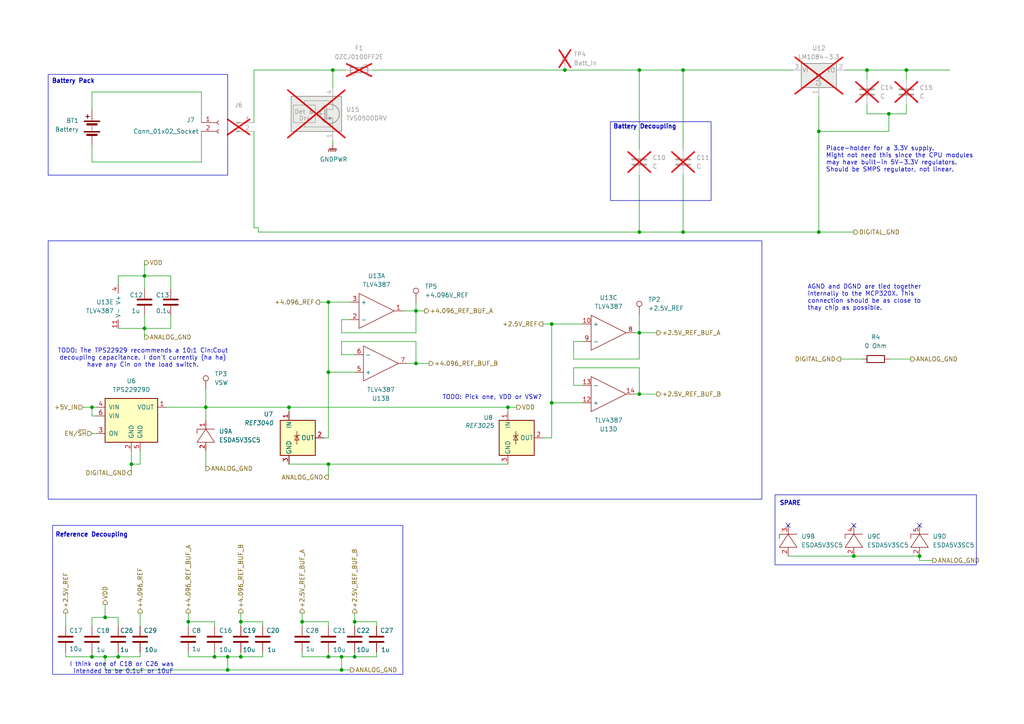
<source format=kicad_sch>
(kicad_sch (version 20231120) (generator "eeschema") (generator_version "8.0")
  (paper "A4")
  (lib_symbols
    (symbol "AndrewAdditions:sda5v3sc6_split"
      (property "Reference" "U" (at -2.794 3.302 0))
      (property "Value" "ESDA5V3SC5" (at 0 -2.54 0))
      (symbol "sda5v3sc6_split_0_1"
        (polyline (pts (xy -2.54 0) (xy -2.54 1.27) (xy 2.54 1.27)))
        (polyline (pts (xy 0 1.27) (xy -2.54 -2.54) (xy 2.54 -2.54) (xy 0 1.27)))
        (pin passive line (at 0 -5.08 90) (length 2.54) (name "") (number "2"))
      )
      (symbol "sda5v3sc6_split_1_1"
        (pin passive line (at 0 3.81 270) (length 2.54) (name "") (number "1"))
      )
      (symbol "sda5v3sc6_split_2_1"
        (pin passive line (at 0 3.81 270) (length 2.54) (name "") (number "3"))
      )
      (symbol "sda5v3sc6_split_3_1"
        (pin passive line (at 0 3.81 270) (length 2.54) (name "") (number "4"))
      )
      (symbol "sda5v3sc6_split_4_1"
        (pin passive line (at 0 3.81 270) (length 2.54) (name "") (number "5"))
      )
    )
    (symbol "Connector:Conn_01x02_Pin" (pin_names (offset 1.016) hide)
      (property "Reference" "J" (at 0 2.54 0))
      (property "Value" "Conn_01x02_Pin" (at 0 -5.08 0))
      (symbol "Conn_01x02_Pin_1_1"
        (polyline (pts (xy 1.27 -2.54) (xy 0.8636 -2.54)) (stroke (width 0.1524)))
        (polyline (pts (xy 1.27 0) (xy 0.8636 0)) (stroke (width 0.1524)))
        (rectangle (start 0.8636 -2.413) (end 0 -2.667) (stroke (width 0.1524)) (fill (type outline)))
        (rectangle (start 0.8636 0.127) (end 0 -0.127) (stroke (width 0.1524)) (fill (type outline)))
        (pin passive line (at 5.08 0 180) (length 3.81) (name "Pin_1") (number "1"))
        (pin passive line (at 5.08 -2.54 180) (length 3.81) (name "Pin_2") (number "2"))
      )
    )
    (symbol "Connector:Conn_01x02_Socket" (pin_names (offset 1.016) hide)
      (property "Reference" "J" (at 0 2.54 0))
      (property "Value" "Conn_01x02_Socket" (at 0 -5.08 0))
      (symbol "Conn_01x02_Socket_1_1"
        (arc (start 0 -2.032) (mid -0.5058 -2.54) (end 0 -3.048) (stroke (width 0.1524)))
        (polyline (pts (xy -1.27 -2.54) (xy -0.508 -2.54)) (stroke (width 0.1524)))
        (polyline (pts (xy -1.27 0) (xy -0.508 0)) (stroke (width 0.1524)))
        (arc (start 0 0.508) (mid -0.5058 0) (end 0 -0.508) (stroke (width 0.1524)))
        (pin passive line (at -5.08 0 0) (length 3.81) (name "Pin_1") (number "1"))
        (pin passive line (at -5.08 -2.54 0) (length 3.81) (name "Pin_2") (number "2"))
      )
    )
    (symbol "Connector:TestPoint" (pin_numbers hide) (pin_names (offset 0.762) hide)
      (property "Reference" "TP" (at 0 6.858 0))
      (property "Value" "TestPoint" (at 0 5.08 0))
      (symbol "TestPoint_0_1"
        (circle (center 0 3.302) (radius 0.762))
      )
      (symbol "TestPoint_1_1"
        (pin passive line (at 0 0 90) (length 2.54) (name "1") (number "1"))
      )
    )
    (symbol "Device:Battery" (pin_numbers hide) (pin_names (offset 0) hide)
      (property "Reference" "BT" (at 2.54 2.54 0))
      (property "Value" "Battery" (at 2.54 0 0))
      (symbol "Battery_0_1"
        (rectangle (start -2.286 -1.27) (end 2.286 -1.524) (fill (type outline)))
        (rectangle (start -2.286 1.778) (end 2.286 1.524) (fill (type outline)))
        (rectangle (start -1.524 -2.032) (end 1.524 -2.54) (fill (type outline)))
        (rectangle (start -1.524 1.016) (end 1.524 0.508) (fill (type outline)))
        (polyline (pts (xy 0 -1.016) (xy 0 -0.762)))
        (polyline (pts (xy 0 -0.508) (xy 0 -0.254)))
        (polyline (pts (xy 0 0) (xy 0 0.254)))
        (polyline (pts (xy 0 1.778) (xy 0 2.54)))
        (polyline (pts (xy 0.762 3.048) (xy 1.778 3.048)) (stroke (width 0.254)))
        (polyline (pts (xy 1.27 3.556) (xy 1.27 2.54)) (stroke (width 0.254)))
      )
      (symbol "Battery_1_1"
        (pin passive line (at 0 5.08 270) (length 2.54) (name "+") (number "1"))
        (pin passive line (at 0 -5.08 90) (length 2.54) (name "-") (number "2"))
      )
    )
    (symbol "Device:C" (pin_numbers hide) (pin_names (offset 0.254))
      (property "Reference" "C" (at 0.635 2.54 0))
      (property "Value" "C" (at 0.635 -2.54 0))
      (symbol "C_0_1"
        (polyline (pts (xy -2.032 -0.762) (xy 2.032 -0.762)) (stroke (width 0.508)))
        (polyline (pts (xy -2.032 0.762) (xy 2.032 0.762)) (stroke (width 0.508)))
      )
      (symbol "C_1_1"
        (pin passive line (at 0 3.81 270) (length 2.794) (name "~") (number "1"))
        (pin passive line (at 0 -3.81 90) (length 2.794) (name "~") (number "2"))
      )
    )
    (symbol "Device:Polyfuse" (pin_numbers hide) (pin_names (offset 0))
      (property "Reference" "F" (at -2.54 0 90))
      (property "Value" "Polyfuse" (at 2.54 0 90))
      (symbol "Polyfuse_0_1"
        (rectangle (start -0.762 2.54) (end 0.762 -2.54) (stroke (width 0.254)))
        (polyline (pts (xy 0 2.54) (xy 0 -2.54)))
        (polyline (pts (xy -1.524 2.54) (xy -1.524 1.524) (xy 1.524 -1.524) (xy 1.524 -2.54)))
      )
      (symbol "Polyfuse_1_1"
        (pin passive line (at 0 3.81 270) (length 1.27) (name "~") (number "1"))
        (pin passive line (at 0 -3.81 90) (length 1.27) (name "~") (number "2"))
      )
    )
    (symbol "Device:R" (pin_numbers hide) (pin_names (offset 0))
      (property "Reference" "R" (at 2.032 0 90))
      (property "Value" "R" (at 0 0 90))
      (symbol "R_0_1"
        (rectangle (start -1.016 -2.54) (end 1.016 2.54) (stroke (width 0.254)))
      )
      (symbol "R_1_1"
        (pin passive line (at 0 3.81 270) (length 1.27) (name "~") (number "1"))
        (pin passive line (at 0 -3.81 90) (length 1.27) (name "~") (number "2"))
      )
    )
    (symbol "Op-Amp-Extended:TLV4387PWR"
      (property "Reference" "U" (at -2.54 7.366 0))
      (property "Value" "TLV4387" (at -1.27 0 0))
      (symbol "TLV4387PWR_1_1"
        (polyline (pts (xy -3.81 5.08) (xy -3.81 -5.08) (xy 6.35 0) (xy -3.81 5.08)))
        (pin output line (at 8.89 0 180) (length 2.54) (name "") (number "1"))
        (pin input line (at -6.35 -2.54 0) (length 2.54) (name "-") (number "2"))
        (pin input line (at -6.35 2.54 0) (length 2.54) (name "+") (number "3"))
      )
      (symbol "TLV4387PWR_2_1"
        (polyline (pts (xy -3.81 5.08) (xy -3.81 -5.08) (xy 6.35 0) (xy -3.81 5.08)))
        (pin input line (at -6.35 2.54 0) (length 2.54) (name "+") (number "5"))
        (pin input line (at -6.35 -2.54 0) (length 2.54) (name "-") (number "6"))
        (pin output line (at 8.89 0 180) (length 2.54) (name "") (number "7"))
      )
      (symbol "TLV4387PWR_3_1"
        (polyline (pts (xy -3.81 5.08) (xy -3.81 -5.08) (xy 6.35 0) (xy -3.81 5.08)))
        (pin input line (at -6.35 2.54 0) (length 2.54) (name "+") (number "10"))
        (pin output line (at 8.89 0 180) (length 2.54) (name "") (number "8"))
        (pin input line (at -6.35 -2.54 0) (length 2.54) (name "-") (number "9"))
      )
      (symbol "TLV4387PWR_4_1"
        (polyline (pts (xy -3.81 5.08) (xy -3.81 -5.08) (xy 6.35 0) (xy -3.81 5.08)))
        (pin input line (at -6.35 2.54 0) (length 2.54) (name "+") (number "12"))
        (pin input line (at -6.35 -2.54 0) (length 2.54) (name "-") (number "13"))
        (pin output line (at 8.89 0 180) (length 2.54) (name "") (number "14"))
      )
      (symbol "TLV4387PWR_5_1"
        (pin power_in line (at 0 -6.35 90) (length 2.54) (name "V-") (number "11"))
        (pin power_in line (at 0 6.35 270) (length 2.54) (name "V+") (number "4"))
      )
    )
    (symbol "Power_Management:TPS22929D" (pin_names (offset 1.016))
      (property "Reference" "U" (at -7.62 8.89 0))
      (property "Value" "TPS22929D" (at 7.62 8.89 0))
      (symbol "TPS22929D_0_1"
        (rectangle (start -7.62 7.62) (end 7.62 -5.08) (stroke (width 0.254)) (fill (type background)))
      )
      (symbol "TPS22929D_1_1"
        (pin power_out line (at 10.16 5.08 180) (length 2.54) (name "VOUT") (number "1"))
        (pin power_in line (at 0 -7.62 90) (length 2.54) (name "GND") (number "2"))
        (pin input line (at -10.16 -2.54 0) (length 2.54) (name "ON") (number "3"))
        (pin power_in line (at -10.16 5.08 0) (length 2.54) (name "VIN") (number "4"))
        (pin power_in line (at 2.54 -7.62 90) (length 2.54) (name "GND") (number "5"))
        (pin power_in line (at -10.16 2.54 0) (length 2.54) (name "VIN") (number "6"))
      )
    )
    (symbol "Power_Protection:TVS0500DRV" (pin_names (offset 0) hide)
      (property "Reference" "U" (at 2.54 1.27 0))
      (property "Value" "TVS0500DRV" (at 2.54 -1.27 0))
      (symbol "TVS0500DRV_0_0"
        (rectangle (start -11.43 2.54) (end -5.08 -2.54))
        (polyline (pts (xy 0 1.27) (xy -1.778 1.27)))
        (polyline (pts (xy -8.255 -2.54) (xy -8.255 -3.81) (xy 0 -3.81)))
        (polyline (pts (xy -8.255 2.54) (xy -8.255 3.81) (xy 0 3.81)))
        (text "Det &" (at -8.255 0.635 0) (effects (font (size 1.27 1.27))))
        (text "Drv" (at -8.255 -1.27 0) (effects (font (size 1.27 1.27))))
      )
      (symbol "TVS0500DRV_0_1"
        (rectangle (start -12.065 5.08) (end 2.54 -5.08) (stroke (width 0.254)) (fill (type background)))
        (circle (center -0.889 0) (radius 2.794) (stroke (width 0.254)))
        (polyline (pts (xy -2.286 0) (xy -5.08 0)))
        (polyline (pts (xy -2.286 1.397) (xy -2.286 -1.524)) (stroke (width 0.254)))
        (polyline (pts (xy -1.778 1.778) (xy -1.778 -1.778)) (stroke (width 0.254)))
        (polyline (pts (xy 0 -2.54) (xy 0 -5.08)))
        (polyline (pts (xy 0 2.54) (xy 0 1.27)))
        (polyline (pts (xy 0 5.08) (xy 0 2.54)))
        (polyline (pts (xy 0 -2.54) (xy 0 -1.27) (xy -1.778 -1.27)))
        (polyline (pts (xy -0.127 -1.27) (xy -1.143 -1.651) (xy -1.143 -0.889) (xy -0.127 -1.27)) (fill (type outline)))
      )
      (symbol "TVS0500DRV_1_1"
        (pin power_in line (at 0 -7.62 90) (length 2.54) (name "GND") (number "1"))
        (pin passive line (at 0 -7.62 90) (length 2.54) hide (name "GND") (number "2"))
        (pin passive line (at 0 -7.62 90) (length 2.54) hide (name "GND") (number "3"))
        (pin passive line (at 0 7.62 270) (length 2.54) (name "IN") (number "4"))
        (pin passive line (at 0 7.62 270) (length 2.54) hide (name "IN") (number "5"))
        (pin passive line (at 0 7.62 270) (length 2.54) hide (name "IN") (number "6"))
        (pin passive line (at 0 -7.62 90) (length 2.54) hide (name "GND") (number "7"))
      )
    )
    (symbol "Reference_Voltage:REF3025" (pin_names (offset 0.254))
      (property "Reference" "U" (at 0 6.35 0))
      (property "Value" "REF3025" (at 2.54 -6.35 0))
      (symbol "REF3025_0_1"
        (rectangle (start -5.08 5.08) (end 5.08 -5.08) (stroke (width 0.254)) (fill (type background)))
        (polyline (pts (xy -0.254 1.905) (xy -0.254 -1.905)))
        (polyline (pts (xy -0.889 -0.635) (xy 0.381 -0.635) (xy -0.254 0.635) (xy -0.889 -0.635)))
        (polyline (pts (xy 0.381 1.016) (xy 0.381 0.635) (xy -0.889 0.635) (xy -0.889 0.254)))
      )
      (symbol "REF3025_1_1"
        (pin power_in line (at -2.54 7.62 270) (length 2.54) (name "IN") (number "1"))
        (pin power_out line (at 7.62 0 180) (length 2.54) (name "OUT") (number "2"))
        (pin power_in line (at -2.54 -7.62 90) (length 2.54) (name "GND") (number "3"))
      )
    )
    (symbol "Reference_Voltage:REF3040" (pin_names (offset 0.254))
      (property "Reference" "U" (at 0 6.35 0))
      (property "Value" "REF3040" (at 2.54 -6.35 0))
      (symbol "REF3040_0_1"
        (rectangle (start -5.08 5.08) (end 5.08 -5.08) (stroke (width 0.254)) (fill (type background)))
        (polyline (pts (xy -0.254 1.905) (xy -0.254 -1.905)))
        (polyline (pts (xy -0.889 -0.635) (xy 0.381 -0.635) (xy -0.254 0.635) (xy -0.889 -0.635)))
        (polyline (pts (xy 0.381 1.016) (xy 0.381 0.635) (xy -0.889 0.635) (xy -0.889 0.254)))
      )
      (symbol "REF3040_1_1"
        (pin power_in line (at -2.54 7.62 270) (length 2.54) (name "IN") (number "1"))
        (pin power_out line (at 7.62 0 180) (length 2.54) (name "OUT") (number "2"))
        (pin power_in line (at -2.54 -7.62 90) (length 2.54) (name "GND") (number "3"))
      )
    )
    (symbol "Regulator_Linear:LM1084-3.3" (pin_names (offset 0.254))
      (property "Reference" "U" (at -3.81 3.175 0))
      (property "Value" "LM1084-3.3" (at 0 3.175 0))
      (symbol "LM1084-3.3_0_1"
        (rectangle (start -5.08 1.905) (end 5.08 -5.08) (stroke (width 0.254)) (fill (type background)))
      )
      (symbol "LM1084-3.3_1_1"
        (pin power_in line (at 0 -7.62 90) (length 2.54) (name "GND") (number "1"))
        (pin power_out line (at 7.62 0 180) (length 2.54) (name "VO") (number "2"))
        (pin power_in line (at -7.62 0 0) (length 2.54) (name "VI") (number "3"))
      )
    )
    (symbol "power:GNDPWR" (power) (pin_numbers hide) (pin_names (offset 0) hide)
      (property "Value" "GNDPWR" (at 0 -3.302 0))
      (symbol "GNDPWR_0_1"
        (polyline (pts (xy 0 -1.27) (xy 0 0)))
        (polyline (pts (xy -1.016 -1.27) (xy -1.27 -2.032) (xy -1.27 -2.032)) (stroke (width 0.2032)))
        (polyline (pts (xy -0.508 -1.27) (xy -0.762 -2.032) (xy -0.762 -2.032)) (stroke (width 0.2032)))
        (polyline (pts (xy 0 -1.27) (xy -0.254 -2.032) (xy -0.254 -2.032)) (stroke (width 0.2032)))
        (polyline (pts (xy 0.508 -1.27) (xy 0.254 -2.032) (xy 0.254 -2.032)) (stroke (width 0.2032)))
        (polyline (pts (xy 1.016 -1.27) (xy -1.016 -1.27) (xy -1.016 -1.27)) (stroke (width 0.2032)))
        (polyline (pts (xy 1.016 -1.27) (xy 0.762 -2.032) (xy 0.762 -2.032) (xy 0.762 -2.032)) (stroke (width 0.2032)))
      )
      (symbol "GNDPWR_1_1"
        (pin power_in line (at 0 0 270) (length 0) (name "~") (number "1"))
      )
    )
  )
  (junction (at 30.48 179.07))
  (junction (at 30.48 190.5))
  (junction (at 257.81 33.02))
  (junction (at 185.42 67.31))
  (junction (at 120.65 90.17))
  (junction (at 38.1 134.62))
  (junction (at 34.29 190.5))
  (junction (at 185.42 96.52))
  (junction (at 95.25 190.5))
  (junction (at 147.32 118.11))
  (junction (at 59.69 118.11))
  (junction (at 163.83 20.32))
  (junction (at 69.85 180.34))
  (junction (at 95.25 107.95))
  (junction (at 237.49 67.31))
  (junction (at 95.25 87.63))
  (junction (at 198.12 67.31))
  (junction (at 95.25 134.62))
  (junction (at 54.61 180.34))
  (junction (at 262.89 20.32))
  (junction (at 237.49 38.1))
  (junction (at 99.06 194.31))
  (junction (at 66.04 190.5))
  (junction (at 247.65 161.29))
  (junction (at 185.42 20.32))
  (junction (at 99.06 190.5))
  (junction (at 41.91 80.01))
  (junction (at 185.42 114.3))
  (junction (at 69.85 190.5))
  (junction (at 26.67 118.11))
  (junction (at 251.46 20.32))
  (junction (at 41.91 95.25))
  (junction (at 102.87 180.34))
  (junction (at 120.65 105.41))
  (junction (at 102.87 190.5))
  (junction (at 266.7 161.29))
  (junction (at 198.12 20.32))
  (junction (at 62.23 190.5))
  (junction (at 96.52 20.32))
  (junction (at 66.04 194.31))
  (junction (at 160.02 93.98))
  (junction (at 87.63 180.34))
  (junction (at 83.82 118.11))
  (junction (at 26.67 190.5))
  (junction (at 160.02 116.84))
  (no_connect (at 228.6 152.4))
  (no_connect (at 247.65 152.4))
  (no_connect (at 266.7 152.4))
  (wire (pts (xy 76.2 190.5) (xy 76.2 189.23)))
  (wire (pts (xy 198.12 50.8) (xy 198.12 67.31)))
  (wire (pts (xy 120.65 96.52) (xy 120.65 90.17)))
  (wire (pts (xy 19.05 189.23) (xy 19.05 190.5)))
  (wire (pts (xy 34.29 189.23) (xy 34.29 190.5)))
  (wire (pts (xy 120.65 90.17) (xy 116.84 90.17)))
  (wire (pts (xy 74.93 66.04) (xy 73.66 66.04)))
  (wire (pts (xy 147.32 119.38) (xy 147.32 118.11)))
  (wire (pts (xy 59.69 113.03) (xy 59.69 118.11)))
  (wire (pts (xy 198.12 20.32) (xy 198.12 43.18)))
  (wire (pts (xy 102.87 189.23) (xy 102.87 190.5)))
  (wire (pts (xy 87.63 189.23) (xy 87.63 190.5)))
  (wire (pts (xy 102.87 180.34) (xy 102.87 181.61)))
  (wire (pts (xy 262.89 30.48) (xy 262.89 33.02)))
  (wire (pts (xy 49.53 80.01) (xy 49.53 83.82)))
  (wire (pts (xy 41.91 80.01) (xy 49.53 80.01)))
  (wire (pts (xy 73.66 66.04) (xy 73.66 38.1)))
  (wire (pts (xy 102.87 190.5) (xy 109.22 190.5)))
  (wire (pts (xy 120.65 105.41) (xy 124.46 105.41)))
  (wire (pts (xy 34.29 80.01) (xy 34.29 82.55)))
  (wire (pts (xy 251.46 20.32) (xy 262.89 20.32)))
  (wire (pts (xy 185.42 20.32) (xy 185.42 43.18)))
  (wire (pts (xy 40.64 130.81) (xy 40.64 134.62)))
  (wire (pts (xy 96.52 20.32) (xy 100.33 20.32)))
  (wire (pts (xy 26.67 118.11) (xy 27.94 118.11)))
  (wire (pts (xy 87.63 180.34) (xy 87.63 177.8)))
  (wire (pts (xy 54.61 181.61) (xy 54.61 180.34)))
  (wire (pts (xy 166.37 111.76) (xy 166.37 106.68)))
  (wire (pts (xy 95.25 107.95) (xy 102.87 107.95)))
  (wire (pts (xy 120.65 90.17) (xy 123.19 90.17)))
  (wire (pts (xy 26.67 31.75) (xy 26.67 26.67)))
  (wire (pts (xy 26.67 46.99) (xy 58.42 46.99)))
  (wire (pts (xy 58.42 26.67) (xy 58.42 35.56)))
  (wire (pts (xy 245.11 20.32) (xy 251.46 20.32)))
  (wire (pts (xy 62.23 190.5) (xy 66.04 190.5)))
  (wire (pts (xy 69.85 190.5) (xy 76.2 190.5)))
  (wire (pts (xy 34.29 80.01) (xy 41.91 80.01)))
  (wire (pts (xy 34.29 95.25) (xy 41.91 95.25)))
  (wire (pts (xy 257.81 33.02) (xy 251.46 33.02)))
  (wire (pts (xy 257.81 38.1) (xy 257.81 33.02)))
  (wire (pts (xy 262.89 20.32) (xy 275.59 20.32)))
  (wire (pts (xy 163.83 20.32) (xy 185.42 20.32)))
  (wire (pts (xy 109.22 180.34) (xy 109.22 181.61)))
  (wire (pts (xy 251.46 30.48) (xy 251.46 33.02)))
  (wire (pts (xy 69.85 189.23) (xy 69.85 190.5)))
  (wire (pts (xy 99.06 92.71) (xy 99.06 96.52)))
  (wire (pts (xy 66.04 194.31) (xy 30.48 194.31)))
  (wire (pts (xy 95.25 190.5) (xy 99.06 190.5)))
  (wire (pts (xy 76.2 180.34) (xy 76.2 181.61)))
  (wire (pts (xy 69.85 180.34) (xy 76.2 180.34)))
  (wire (pts (xy 266.7 162.56) (xy 266.7 161.29)))
  (wire (pts (xy 99.06 96.52) (xy 120.65 96.52)))
  (wire (pts (xy 40.64 177.8) (xy 40.64 181.61)))
  (wire (pts (xy 27.94 125.73) (xy 26.67 125.73)))
  (wire (pts (xy 26.67 120.65) (xy 26.67 118.11)))
  (wire (pts (xy 101.6 92.71) (xy 99.06 92.71)))
  (wire (pts (xy 48.26 118.11) (xy 59.69 118.11)))
  (wire (pts (xy 54.61 177.8) (xy 54.61 180.34)))
  (wire (pts (xy 62.23 189.23) (xy 62.23 190.5)))
  (wire (pts (xy 99.06 194.31) (xy 66.04 194.31)))
  (wire (pts (xy 41.91 95.25) (xy 41.91 97.79)))
  (wire (pts (xy 243.84 104.14) (xy 250.19 104.14)))
  (wire (pts (xy 185.42 50.8) (xy 185.42 67.31)))
  (wire (pts (xy 59.69 118.11) (xy 59.69 121.92)))
  (wire (pts (xy 95.25 189.23) (xy 95.25 190.5)))
  (wire (pts (xy 41.91 80.01) (xy 41.91 83.82)))
  (wire (pts (xy 96.52 40.64) (xy 96.52 41.91)))
  (wire (pts (xy 83.82 118.11) (xy 147.32 118.11)))
  (wire (pts (xy 95.25 87.63) (xy 95.25 107.95)))
  (wire (pts (xy 257.81 104.14) (xy 264.16 104.14)))
  (wire (pts (xy 41.91 95.25) (xy 49.53 95.25)))
  (wire (pts (xy 30.48 190.5) (xy 34.29 190.5)))
  (wire (pts (xy 185.42 67.31) (xy 198.12 67.31)))
  (wire (pts (xy 95.25 107.95) (xy 95.25 127)))
  (wire (pts (xy 166.37 111.76) (xy 168.91 111.76)))
  (wire (pts (xy 30.48 175.26) (xy 30.48 179.07)))
  (wire (pts (xy 66.04 194.31) (xy 66.04 190.5)))
  (wire (pts (xy 99.06 190.5) (xy 99.06 194.31)))
  (wire (pts (xy 83.82 119.38) (xy 83.82 118.11)))
  (wire (pts (xy 102.87 102.87) (xy 99.06 102.87)))
  (wire (pts (xy 24.13 118.11) (xy 26.67 118.11)))
  (wire (pts (xy 69.85 180.34) (xy 69.85 181.61)))
  (wire (pts (xy 247.65 67.31) (xy 237.49 67.31)))
  (wire (pts (xy 54.61 180.34) (xy 62.23 180.34)))
  (wire (pts (xy 99.06 190.5) (xy 102.87 190.5)))
  (wire (pts (xy 102.87 177.8) (xy 102.87 180.34)))
  (wire (pts (xy 185.42 104.14) (xy 185.42 96.52)))
  (wire (pts (xy 149.86 118.11) (xy 147.32 118.11)))
  (wire (pts (xy 237.49 38.1) (xy 237.49 67.31)))
  (wire (pts (xy 95.25 180.34) (xy 95.25 181.61)))
  (wire (pts (xy 99.06 99.06) (xy 120.65 99.06)))
  (wire (pts (xy 270.51 162.56) (xy 266.7 162.56)))
  (wire (pts (xy 185.42 20.32) (xy 198.12 20.32)))
  (wire (pts (xy 160.02 93.98) (xy 168.91 93.98)))
  (wire (pts (xy 59.69 118.11) (xy 83.82 118.11)))
  (wire (pts (xy 237.49 27.94) (xy 237.49 38.1)))
  (wire (pts (xy 198.12 20.32) (xy 229.87 20.32)))
  (wire (pts (xy 38.1 137.16) (xy 38.1 134.62)))
  (wire (pts (xy 92.71 87.63) (xy 95.25 87.63)))
  (wire (pts (xy 34.29 190.5) (xy 40.64 190.5)))
  (wire (pts (xy 262.89 33.02) (xy 257.81 33.02)))
  (wire (pts (xy 160.02 116.84) (xy 168.91 116.84)))
  (wire (pts (xy 62.23 180.34) (xy 62.23 181.61)))
  (wire (pts (xy 26.67 189.23) (xy 26.67 190.5)))
  (wire (pts (xy 34.29 179.07) (xy 34.29 181.61)))
  (wire (pts (xy 69.85 177.8) (xy 69.85 180.34)))
  (wire (pts (xy 59.69 130.81) (xy 59.69 135.89)))
  (wire (pts (xy 58.42 46.99) (xy 58.42 38.1)))
  (wire (pts (xy 26.67 41.91) (xy 26.67 46.99)))
  (wire (pts (xy 30.48 194.31) (xy 30.48 190.5)))
  (wire (pts (xy 95.25 127) (xy 93.98 127)))
  (wire (pts (xy 30.48 179.07) (xy 26.67 179.07)))
  (wire (pts (xy 184.15 96.52) (xy 185.42 96.52)))
  (wire (pts (xy 38.1 130.81) (xy 38.1 134.62)))
  (wire (pts (xy 66.04 190.5) (xy 69.85 190.5)))
  (wire (pts (xy 160.02 93.98) (xy 160.02 116.84)))
  (wire (pts (xy 26.67 190.5) (xy 30.48 190.5)))
  (wire (pts (xy 166.37 106.68) (xy 185.42 106.68)))
  (wire (pts (xy 237.49 67.31) (xy 198.12 67.31)))
  (wire (pts (xy 185.42 91.44) (xy 185.42 96.52)))
  (wire (pts (xy 41.91 80.01) (xy 41.91 76.2)))
  (wire (pts (xy 40.64 190.5) (xy 40.64 189.23)))
  (wire (pts (xy 166.37 104.14) (xy 185.42 104.14)))
  (wire (pts (xy 49.53 91.44) (xy 49.53 95.25)))
  (wire (pts (xy 185.42 106.68) (xy 185.42 114.3)))
  (wire (pts (xy 73.66 20.32) (xy 73.66 35.56)))
  (wire (pts (xy 95.25 134.62) (xy 95.25 138.43)))
  (wire (pts (xy 41.91 91.44) (xy 41.91 95.25)))
  (wire (pts (xy 184.15 114.3) (xy 185.42 114.3)))
  (wire (pts (xy 262.89 22.86) (xy 262.89 20.32)))
  (wire (pts (xy 95.25 134.62) (xy 147.32 134.62)))
  (wire (pts (xy 27.94 120.65) (xy 26.67 120.65)))
  (wire (pts (xy 34.29 179.07) (xy 30.48 179.07)))
  (wire (pts (xy 185.42 96.52) (xy 190.5 96.52)))
  (wire (pts (xy 228.6 161.29) (xy 247.65 161.29)))
  (wire (pts (xy 109.22 190.5) (xy 109.22 189.23)))
  (wire (pts (xy 157.48 93.98) (xy 160.02 93.98)))
  (wire (pts (xy 120.65 87.63) (xy 120.65 90.17)))
  (wire (pts (xy 54.61 190.5) (xy 62.23 190.5)))
  (wire (pts (xy 107.95 20.32) (xy 163.83 20.32)))
  (wire (pts (xy 19.05 177.8) (xy 19.05 181.61)))
  (wire (pts (xy 157.48 127) (xy 160.02 127)))
  (wire (pts (xy 160.02 116.84) (xy 160.02 127)))
  (wire (pts (xy 120.65 99.06) (xy 120.65 105.41)))
  (wire (pts (xy 83.82 134.62) (xy 95.25 134.62)))
  (wire (pts (xy 166.37 99.06) (xy 166.37 104.14)))
  (wire (pts (xy 185.42 114.3) (xy 190.5 114.3)))
  (wire (pts (xy 26.67 179.07) (xy 26.67 181.61)))
  (wire (pts (xy 73.66 20.32) (xy 96.52 20.32)))
  (wire (pts (xy 40.64 134.62) (xy 38.1 134.62)))
  (wire (pts (xy 87.63 190.5) (xy 95.25 190.5)))
  (wire (pts (xy 99.06 102.87) (xy 99.06 99.06)))
  (wire (pts (xy 74.93 67.31) (xy 185.42 67.31)))
  (wire (pts (xy 102.87 180.34) (xy 109.22 180.34)))
  (wire (pts (xy 54.61 189.23) (xy 54.61 190.5)))
  (wire (pts (xy 166.37 99.06) (xy 168.91 99.06)))
  (wire (pts (xy 74.93 66.04) (xy 74.93 67.31)))
  (wire (pts (xy 120.65 105.41) (xy 118.11 105.41)))
  (wire (pts (xy 251.46 20.32) (xy 251.46 22.86)))
  (wire (pts (xy 87.63 180.34) (xy 95.25 180.34)))
  (wire (pts (xy 101.6 194.31) (xy 99.06 194.31)))
  (wire (pts (xy 96.52 25.4) (xy 96.52 20.32)))
  (wire (pts (xy 26.67 26.67) (xy 58.42 26.67)))
  (wire (pts (xy 19.05 190.5) (xy 26.67 190.5)))
  (wire (pts (xy 247.65 161.29) (xy 266.7 161.29)))
  (wire (pts (xy 237.49 38.1) (xy 257.81 38.1)))
  (wire (pts (xy 95.25 87.63) (xy 101.6 87.63)))
  (wire (pts (xy 87.63 181.61) (xy 87.63 180.34)))
  (rectangle (start 13.97 69.85) (end 220.98 144.78))
  (rectangle (start 15.24 152.4) (end 116.84 195.58))
  (rectangle (start 224.79 143.51) (end 283.21 163.83))
  (rectangle (start 13.97 21.59) (end 66.04 50.8))
  (rectangle (start 177.038 35.306) (end 206.248 58.166))
  (text "Battery Pack" (at 14.986 23.622 0) (effects (font (size 1.27 1.27) (thickness 0.254) (bold yes)) (justify left)))
  (text "Place-holder for a 3.3V supply. \nMight not need this since the CPU modules\nmay have built-in 5V-3.3V regulators. \nShould be SMPS regulator, not linear." (at 239.522 46.228 0) (effects (font (size 1.27 1.27) (thickness 0.1588)) (justify left)))
  (text "Battery Decoupling\n" (at 177.8 36.83 0) (effects (font (size 1.27 1.27) (thickness 0.254) (bold yes)) (justify left)))
  (text "AGND and DGND are tied together \ninternally to the MCP320X. This \nconnection should be as close to \nthay chip as possible." (at 234.188 86.36 0) (effects (font (size 1.27 1.27)) (justify left)))
  (text "SPARE\n" (at 226.06 146.05 0) (effects (font (size 1.27 1.27) (thickness 0.254) (bold yes)) (justify left)))
  (text "TODO: Pick one, VDD or VSW?\n" (at 142.748 115.316 0) (effects (font (size 1.27 1.27))))
  (text "Reference Decoupling\n" (at 16.002 155.194 0) (effects (font (size 1.27 1.27) (thickness 0.254) (bold yes)) (justify left)))
  (text "TODO: The TPS22929 recommends a 10:1 Cin:Cout \ndecoupling capacitance. I don't currently (ha ha) \nhave any Cin on the load switch. " (at 41.91 103.886 0) (effects (font (size 1.27 1.27))))
  (text "I think one of C18 or C26 was \nintended to be 0.1uF or 10uF" (at 35.814 193.802 0) (effects (font (size 1.27 1.27))))
  (hierarchical_label "+2.5V_REF" (shape output) (at 19.05 177.8 90))
  (hierarchical_label "+2.5V_REF_BUF_A" (shape output) (at 190.5 96.52 0))
  (hierarchical_label "ANALOG_GND" (shape output) (at 41.91 97.79 0))
  (hierarchical_label "ANALOG_GND" (shape output) (at 101.6 194.31 0))
  (hierarchical_label "DIGITAL_GND" (shape output) (at 243.84 104.14 180))
  (hierarchical_label "+4.096_REF" (shape output) (at 92.71 87.63 180))
  (hierarchical_label "VDD" (shape output) (at 149.86 118.11 0))
  (hierarchical_label "ANALOG_GND" (shape output) (at 95.25 138.43 180))
  (hierarchical_label "+4.096_REF_BUF_B" (shape output) (at 124.46 105.41 0))
  (hierarchical_label "DIGITAL_GND" (shape output) (at 247.65 67.31 0))
  (hierarchical_label "ANALOG_GND" (shape output) (at 270.51 162.56 0))
  (hierarchical_label "DIGITAL_GND" (shape output) (at 38.1 137.16 180))
  (hierarchical_label "+2.5V_REF" (shape output) (at 157.48 93.98 180))
  (hierarchical_label "+2.5V_REF_BUF_B" (shape output) (at 190.5 114.3 0))
  (hierarchical_label "ANALOG_GND" (shape output) (at 264.16 104.14 0))
  (hierarchical_label "+5V_IN" (shape input) (at 24.13 118.11 180))
  (hierarchical_label "+4.096_REF_BUF_B" (shape output) (at 69.85 177.8 90))
  (hierarchical_label "+2.5V_REF_BUF_A" (shape output) (at 87.63 177.8 90))
  (hierarchical_label "VDD" (shape output) (at 41.91 76.2 0))
  (hierarchical_label "EN{slash}~{SH}" (shape input) (at 26.67 125.73 180))
  (hierarchical_label "+2.5V_REF_BUF_B" (shape output) (at 102.87 177.8 90))
  (hierarchical_label "VDD" (shape output) (at 30.48 175.26 90))
  (hierarchical_label "+4.096_REF" (shape output) (at 40.64 177.8 90))
  (hierarchical_label "+4.096_REF_BUF_A" (shape output) (at 54.61 177.8 90))
  (hierarchical_label "ANALOG_GND" (shape output) (at 59.69 135.89 0))
  (hierarchical_label "+4.096_REF_BUF_A" (shape output) (at 123.19 90.17 0))
  (symbol (lib_id "Op-Amp-Extended:TLV4387PWR") (at 107.95 90.17 0) (unit 1)
    (property "Reference" "U13" (at 109.22 80.01 0))
    (property "Value" "TLV4387" (at 109.22 82.55 0))
    (property "Footprint" "Package_SO:TSSOP-14_4.4x5mm_P0.65mm" (effects (hide yes)))
    (property "Datasheet" "https://www.ti.com/lit/ds/symlink/tlv2387.pdf?ts=1748539346733&ref_url=https%253A%252F%252Fwww.ti.com%252Fproduct%252FTLV2387" (effects (hide yes)))
    (property "Description" "High Precision, Zero-Drift, Low-Input-Bias-Current Op Amps" (effects (hide yes)))
  )
  (symbol (lib_id "AndrewAdditions:sda5v3sc6_split") (at 247.65 156.21 0) (unit 3)
    (property "Reference" "U9" (at 251.46 155.5749 0) (effects (justify left)))
    (property "Value" "ESDA5V3SC5" (at 251.46 158.1149 0) (effects (justify left)))
    (property "Footprint" "Package_TO_SOT_SMD:SOT-23-5" (effects (hide yes)))
    (property "Datasheet" "https://www.st.com/resource/en/datasheet/esda5v3sc6.pdf" (effects (hide yes)))
    (property "Description" "Quad TVS Diode Array, 5.3V Standoff, 4 Channels, 400W, ±30kV, SOT-23-5 Keywords: usb esd protection suppression transient" (effects (hide yes)))
  )
  (symbol (lib_id "Device:C") (at 102.87 185.42 0) (unit 1)
    (property "Reference" "C22" (at 103.378 182.88 0) (effects (justify left)))
    (property "Value" "10u" (at 103.378 188.468 0) (effects (justify left)))
    (property "Footprint" "Capacitor_SMD:C_1210_3225Metric_Pad1.33x2.70mm_HandSolder" (effects (hide yes)))
    (property "Description" "Unpolarized capacitor" (effects (hide yes)))
  )
  (symbol (lib_id "Device:C") (at 49.53 87.63 0) (unit 1)
    (property "Reference" "C13" (at 45.212 85.598 0) (effects (justify left)))
    (property "Value" "0.1u" (at 45.212 90.17 0) (effects (justify left)))
    (property "Footprint" "Capacitor_SMD:C_1210_3225Metric_Pad1.33x2.70mm_HandSolder" (effects (hide yes)))
    (property "Description" "Unpolarized capacitor" (effects (hide yes)))
  )
  (symbol (lib_id "Device:C") (at 95.25 185.42 0) (unit 1)
    (property "Reference" "C21" (at 96.52 182.88 0) (effects (justify left)))
    (property "Value" "10u" (at 96.52 188.468 0) (effects (justify left)))
    (property "Footprint" "Capacitor_SMD:C_1210_3225Metric_Pad1.33x2.70mm_HandSolder" (effects (hide yes)))
    (property "Description" "Unpolarized capacitor" (effects (hide yes)))
  )
  (symbol (lib_id "Op-Amp-Extended:TLV4387PWR") (at 34.29 88.9 0) (mirror y) (unit 5)
    (property "Reference" "U13" (at 33.02 87.6299 0) (effects (justify left)))
    (property "Value" "TLV4387" (at 33.02 90.1699 0) (effects (justify left)))
    (property "Footprint" "Package_SO:TSSOP-14_4.4x5mm_P0.65mm" (effects (hide yes)))
    (property "Datasheet" "https://www.ti.com/lit/ds/symlink/tlv2387.pdf?ts=1748539346733&ref_url=https%253A%252F%252Fwww.ti.com%252Fproduct%252FTLV2387" (effects (hide yes)))
    (property "Description" "High Precision, Zero-Drift, Low-Input-Bias-Current Op Amps" (effects (hide yes)))
  )
  (symbol (lib_id "Device:C") (at 62.23 185.42 0) (unit 1)
    (property "Reference" "C16" (at 63.5 182.88 0) (effects (justify left)))
    (property "Value" "10u" (at 63.5 188.468 0) (effects (justify left)))
    (property "Footprint" "Capacitor_SMD:C_1210_3225Metric_Pad1.33x2.70mm_HandSolder" (effects (hide yes)))
    (property "Description" "Unpolarized capacitor" (effects (hide yes)))
  )
  (symbol (lib_id "Device:C") (at 262.89 26.67 0) (unit 1) (in_bom no) (on_board no) (dnp yes)
    (property "Reference" "C15" (at 266.7 25.3999 0) (effects (justify left)))
    (property "Value" "C" (at 266.7 27.9399 0) (effects (justify left)))
    (property "Footprint" "Capacitor_SMD:C_1210_3225Metric_Pad1.33x2.70mm_HandSolder" (effects (hide yes)))
    (property "Description" "Unpolarized capacitor" (effects (hide yes)))
  )
  (symbol (lib_id "Device:Battery") (at 26.67 36.83 0) (mirror y) (unit 1) (in_bom no) (on_board no)
    (property "Reference" "BT1" (at 22.86 34.9884 0) (effects (justify left)))
    (property "Value" "Battery" (at 22.86 37.5284 0) (effects (justify left)))
    (property "Description" "Multiple-cell battery" (effects (hide yes)))
  )
  (symbol (lib_id "Device:C") (at 87.63 185.42 0) (unit 1)
    (property "Reference" "C28" (at 88.646 182.88 0) (effects (justify left)))
    (property "Value" "1u" (at 88.646 188.214 0) (effects (justify left)))
    (property "Footprint" "Capacitor_SMD:C_1210_3225Metric_Pad1.33x2.70mm_HandSolder" (effects (hide yes)))
    (property "Description" "Unpolarized capacitor" (effects (hide yes)))
  )
  (symbol (lib_id "Connector:Conn_01x02_Pin") (at 68.58 35.56 0) (unit 1) (in_bom no) (on_board no) (dnp yes)
    (property "Reference" "J6" (at 69.215 30.48 0))
    (property "Value" "Battery In" (effects (hide yes)))
    (property "Footprint" "Connector_PinHeader_2.54mm:PinHeader_1x02_P2.54mm_Vertical_SMD_Pin1Left" (effects (hide yes)))
    (property "Description" "Generic connector, single row, 01x02, script generated" (effects (hide yes)))
  )
  (symbol (lib_id "Device:C") (at 40.64 185.42 0) (unit 1)
    (property "Reference" "C29" (at 41.656 182.88 0) (effects (justify left)))
    (property "Value" "10u" (at 41.91 188.468 0) (effects (justify left)))
    (property "Footprint" "Capacitor_SMD:C_1210_3225Metric_Pad1.33x2.70mm_HandSolder" (effects (hide yes)))
    (property "Description" "Unpolarized capacitor" (effects (hide yes)))
  )
  (symbol (lib_id "Device:Polyfuse") (at 104.14 20.32 90) (unit 1) (in_bom no) (on_board no) (dnp yes)
    (property "Reference" "F1" (at 104.14 13.97 90))
    (property "Value" "0ZCJ0100FF2E" (at 104.14 16.51 90))
    (property "Footprint" "Fuse:Fuse_1206_3216Metric_Pad1.42x1.75mm_HandSolder" (effects (hide yes)))
    (property "Datasheet" "https://www.belfuse.com/media/datasheets/products/circuit-protection/ds-cp-0zcj-series.pdf" (effects (hide yes)))
    (property "Description" "Resettable fuse, polymeric positive temperature coefficient" (effects (hide yes)))
  )
  (symbol (lib_id "AndrewAdditions:sda5v3sc6_split") (at 266.7 156.21 0) (unit 4)
    (property "Reference" "U9" (at 270.51 155.5749 0) (effects (justify left)))
    (property "Value" "ESDA5V3SC5" (at 270.51 158.1149 0) (effects (justify left)))
    (property "Footprint" "Package_TO_SOT_SMD:SOT-23-5" (effects (hide yes)))
    (property "Datasheet" "https://www.st.com/resource/en/datasheet/esda5v3sc6.pdf" (effects (hide yes)))
    (property "Description" "Quad TVS Diode Array, 5.3V Standoff, 4 Channels, 400W, ±30kV, SOT-23-5 Keywords: usb esd protection suppression transient" (effects (hide yes)))
  )
  (symbol (lib_id "Device:C") (at 198.12 46.99 0) (unit 1) (in_bom no) (on_board no) (dnp yes)
    (property "Reference" "C11" (at 201.93 45.7199 0) (effects (justify left)))
    (property "Value" "C" (at 201.93 48.2599 0) (effects (justify left)))
    (property "Footprint" "Capacitor_SMD:C_1210_3225Metric_Pad1.33x2.70mm_HandSolder" (effects (hide yes)))
    (property "Description" "Unpolarized capacitor" (effects (hide yes)))
  )
  (symbol (lib_id "Device:C") (at 109.22 185.42 0) (unit 1)
    (property "Reference" "C27" (at 110.236 182.88 0) (effects (justify left)))
    (property "Value" "1u" (at 110.49 188.468 0) (effects (justify left)))
    (property "Footprint" "Capacitor_SMD:C_1210_3225Metric_Pad1.33x2.70mm_HandSolder" (effects (hide yes)))
    (property "Description" "Unpolarized capacitor" (effects (hide yes)))
  )
  (symbol (lib_id "AndrewAdditions:sda5v3sc6_split") (at 228.6 156.21 0) (unit 2)
    (property "Reference" "U9" (at 232.41 155.5749 0) (effects (justify left)))
    (property "Value" "ESDA5V3SC5" (at 232.41 158.1149 0) (effects (justify left)))
    (property "Footprint" "Package_TO_SOT_SMD:SOT-23-5" (effects (hide yes)))
    (property "Datasheet" "https://www.st.com/resource/en/datasheet/esda5v3sc6.pdf" (effects (hide yes)))
    (property "Description" "Quad TVS Diode Array, 5.3V Standoff, 4 Channels, 400W, ±30kV, SOT-23-5 Keywords: usb esd protection suppression transient" (effects (hide yes)))
  )
  (symbol (lib_id "Op-Amp-Extended:TLV4387PWR") (at 175.26 114.3 0) (mirror x) (unit 4)
    (property "Reference" "U13" (at 176.53 124.46 0))
    (property "Value" "TLV4387" (at 176.53 121.92 0))
    (property "Footprint" "Package_SO:TSSOP-14_4.4x5mm_P0.65mm" (effects (hide yes)))
    (property "Datasheet" "https://www.ti.com/lit/ds/symlink/tlv2387.pdf?ts=1748539346733&ref_url=https%253A%252F%252Fwww.ti.com%252Fproduct%252FTLV2387" (effects (hide yes)))
    (property "Description" "High Precision, Zero-Drift, Low-Input-Bias-Current Op Amps" (effects (hide yes)))
  )
  (symbol (lib_id "Connector:TestPoint") (at 185.42 91.44 0) (unit 1)
    (property "Reference" "TP2" (at 187.96 86.8679 0) (effects (justify left)))
    (property "Value" "+2.5V_REF" (at 187.96 89.4079 0) (effects (justify left)))
    (property "Footprint" "TestPoint:TestPoint_Pad_D3.0mm" (effects (hide yes)))
    (property "Description" "test point" (effects (hide yes)))
  )
  (symbol (lib_id "Power_Management:TPS22929D") (at 38.1 123.19 0) (unit 1)
    (property "Reference" "U6" (at 38.1 110.49 0))
    (property "Value" "TPS22929D" (at 38.1 113.03 0))
    (property "Footprint" "Package_TO_SOT_SMD:SOT-23-6" (effects (hide yes)))
    (property "Datasheet" "http://www.ti.com/lit/ds/symlink/tps22929d.pdf" (effects (hide yes)))
    (property "Description" "High side, power distribution switch, 1.4V-5.5V, 1.8A, SOT23-6 package" (effects (hide yes)))
  )
  (symbol (lib_id "Device:C") (at 54.61 185.42 0) (unit 1)
    (property "Reference" "C8" (at 55.626 182.88 0) (effects (justify left)))
    (property "Value" "1u" (at 55.626 188.214 0) (effects (justify left)))
    (property "Footprint" "Capacitor_SMD:C_1210_3225Metric_Pad1.33x2.70mm_HandSolder" (effects (hide yes)))
    (property "Description" "Unpolarized capacitor" (effects (hide yes)))
  )
  (symbol (lib_id "Connector:TestPoint") (at 120.65 87.63 0) (unit 1)
    (property "Reference" "TP5" (at 123.19 83.0579 0) (effects (justify left)))
    (property "Value" "+4.096V_REF" (at 123.19 85.5979 0) (effects (justify left)))
    (property "Footprint" "TestPoint:TestPoint_Pad_D3.0mm" (effects (hide yes)))
    (property "Description" "test point" (effects (hide yes)))
  )
  (symbol (lib_id "Reference_Voltage:REF3025") (at 149.86 127 0) (unit 1)
    (property "Reference" "U8" (at 143.002 121.158 0) (effects (justify right)))
    (property "Value" "REF3025" (at 143.256 123.444 0) (effects (font (italic yes)) (justify right)))
    (property "Footprint" "Package_TO_SOT_SMD:SOT-23" (effects (hide yes)))
    (property "Datasheet" "http://www.ti.com/lit/ds/symlink/ref3033.pdf" (effects (hide yes)))
    (property "Description" "2.500V 50-ppm/°C Max, 50-μA, CMOS Voltage Reference, SOT-23-3" (effects (hide yes)))
  )
  (symbol (lib_id "Connector:TestPoint") (at 163.83 20.32 0) (unit 1) (in_bom no) (on_board no) (dnp yes)
    (property "Reference" "TP4" (at 166.37 15.7479 0) (effects (justify left)))
    (property "Value" "Batt_In" (at 166.37 18.2879 0) (effects (justify left)))
    (property "Footprint" "TestPoint:TestPoint_Pad_D3.0mm" (effects (hide yes)))
    (property "Description" "test point" (effects (hide yes)))
  )
  (symbol (lib_id "Op-Amp-Extended:TLV4387PWR") (at 175.26 96.52 0) (unit 3)
    (property "Reference" "U13" (at 176.53 86.36 0))
    (property "Value" "TLV4387" (at 176.53 88.9 0))
    (property "Footprint" "Package_SO:TSSOP-14_4.4x5mm_P0.65mm" (effects (hide yes)))
    (property "Datasheet" "https://www.ti.com/lit/ds/symlink/tlv2387.pdf?ts=1748539346733&ref_url=https%253A%252F%252Fwww.ti.com%252Fproduct%252FTLV2387" (effects (hide yes)))
    (property "Description" "High Precision, Zero-Drift, Low-Input-Bias-Current Op Amps" (effects (hide yes)))
  )
  (symbol (lib_id "Device:R") (at 254 104.14 90) (unit 1)
    (property "Reference" "R4" (at 254 97.79 90))
    (property "Value" "0 Ohm" (at 254 100.33 90))
    (property "Footprint" "Resistor_SMD:R_1210_3225Metric_Pad1.30x2.65mm_HandSolder" (effects (hide yes)))
    (property "Description" "Resistor" (effects (hide yes)))
  )
  (symbol (lib_id "Power_Protection:TVS0500DRV") (at 96.52 33.02 0) (unit 1) (in_bom no) (on_board no) (dnp yes)
    (property "Reference" "U15" (at 100.33 31.7499 0) (effects (justify left)))
    (property "Value" "TVS0500DRV" (at 100.33 34.2899 0) (effects (justify left)))
    (property "Footprint" "Package_SON:WSON-6-1EP_2x2mm_P0.65mm_EP1x1.6mm" (effects (hide yes)))
    (property "Datasheet" "http://www.ti.com/lit/ds/symlink/tvs0500.pdf" (effects (hide yes)))
    (property "Description" "Flat-Clamp Surge Protection Device. 5Vrwm, WSON-6" (effects (hide yes)))
  )
  (symbol (lib_id "Device:C") (at 76.2 185.42 0) (unit 1)
    (property "Reference" "C20" (at 77.216 182.88 0) (effects (justify left)))
    (property "Value" "1u" (at 77.47 188.468 0) (effects (justify left)))
    (property "Footprint" "Capacitor_SMD:C_1210_3225Metric_Pad1.33x2.70mm_HandSolder" (effects (hide yes)))
    (property "Description" "Unpolarized capacitor" (effects (hide yes)))
  )
  (symbol (lib_id "Device:C") (at 185.42 46.99 0) (unit 1) (in_bom no) (on_board no) (dnp yes)
    (property "Reference" "C10" (at 189.23 45.7199 0) (effects (justify left)))
    (property "Value" "C" (at 189.23 48.2599 0) (effects (justify left)))
    (property "Footprint" "Capacitor_SMD:C_1210_3225Metric_Pad1.33x2.70mm_HandSolder" (effects (hide yes)))
    (property "Description" "Unpolarized capacitor" (effects (hide yes)))
  )
  (symbol (lib_id "Device:C") (at 26.67 185.42 0) (unit 1)
    (property "Reference" "C18" (at 27.94 182.88 0) (effects (justify left)))
    (property "Value" "1u" (at 27.94 188.468 0) (effects (justify left)))
    (property "Footprint" "Capacitor_SMD:C_1210_3225Metric_Pad1.33x2.70mm_HandSolder" (effects (hide yes)))
    (property "Description" "Unpolarized capacitor" (effects (hide yes)))
  )
  (symbol (lib_id "Device:C") (at 41.91 87.63 0) (unit 1)
    (property "Reference" "C12" (at 37.592 85.598 0) (effects (justify left)))
    (property "Value" "1u" (at 38.1 90.17 0) (effects (justify left)))
    (property "Footprint" "Capacitor_SMD:C_1210_3225Metric_Pad1.33x2.70mm_HandSolder" (effects (hide yes)))
    (property "Description" "Unpolarized capacitor" (effects (hide yes)))
  )
  (symbol (lib_id "AndrewAdditions:sda5v3sc6_split") (at 59.69 125.73 0) (unit 1)
    (property "Reference" "U9" (at 63.5 125.0949 0) (effects (justify left)))
    (property "Value" "ESDA5V3SC5" (at 63.5 127.6349 0) (effects (justify left)))
    (property "Footprint" "Package_TO_SOT_SMD:SOT-23-5" (effects (hide yes)))
    (property "Datasheet" "https://www.st.com/resource/en/datasheet/esda5v3sc6.pdf" (effects (hide yes)))
    (property "Description" "Quad TVS Diode Array, 5.3V Standoff, 4 Channels, 400W, ±30kV, SOT-23-5 Keywords: usb esd protection suppression transient" (effects (hide yes)))
  )
  (symbol (lib_id "Device:C") (at 34.29 185.42 0) (unit 1)
    (property "Reference" "C26" (at 34.798 182.88 0) (effects (justify left)))
    (property "Value" "1u" (at 34.798 188.468 0) (effects (justify left)))
    (property "Footprint" "Capacitor_SMD:C_1210_3225Metric_Pad1.33x2.70mm_HandSolder" (effects (hide yes)))
    (property "Description" "Unpolarized capacitor" (effects (hide yes)))
  )
  (symbol (lib_id "Device:C") (at 251.46 26.67 0) (unit 1) (in_bom no) (on_board no) (dnp yes)
    (property "Reference" "C14" (at 255.27 25.3999 0) (effects (justify left)))
    (property "Value" "C" (at 255.27 27.9399 0) (effects (justify left)))
    (property "Footprint" "Capacitor_SMD:C_1210_3225Metric_Pad1.33x2.70mm_HandSolder" (effects (hide yes)))
    (property "Description" "Unpolarized capacitor" (effects (hide yes)))
  )
  (symbol (lib_id "Op-Amp-Extended:TLV4387PWR") (at 109.22 105.41 0) (mirror x) (unit 2)
    (property "Reference" "U13" (at 110.49 115.57 0))
    (property "Value" "TLV4387" (at 110.49 113.03 0))
    (property "Footprint" "Package_SO:TSSOP-14_4.4x5mm_P0.65mm" (effects (hide yes)))
    (property "Datasheet" "https://www.ti.com/lit/ds/symlink/tlv2387.pdf?ts=1748539346733&ref_url=https%253A%252F%252Fwww.ti.com%252Fproduct%252FTLV2387" (effects (hide yes)))
    (property "Description" "High Precision, Zero-Drift, Low-Input-Bias-Current Op Amps" (effects (hide yes)))
  )
  (symbol (lib_id "Connector:Conn_01x02_Socket") (at 63.5 35.56 0) (unit 1) (in_bom no) (on_board no)
    (property "Reference" "J7" (at 54.102 34.798 0) (effects (justify left)))
    (property "Value" "Conn_01x02_Socket" (at 38.608 38.1 0) (effects (justify left)))
    (property "Description" "Generic connector, single row, 01x02, script generated" (effects (hide yes)))
  )
  (symbol (lib_id "Device:C") (at 19.05 185.42 0) (unit 1)
    (property "Reference" "C17" (at 20.066 182.88 0) (effects (justify left)))
    (property "Value" "10u" (at 20.066 188.214 0) (effects (justify left)))
    (property "Footprint" "Capacitor_SMD:C_1210_3225Metric_Pad1.33x2.70mm_HandSolder" (effects (hide yes)))
    (property "Description" "Unpolarized capacitor" (effects (hide yes)))
  )
  (symbol (lib_id "Device:C") (at 69.85 185.42 0) (unit 1)
    (property "Reference" "C19" (at 70.358 182.88 0) (effects (justify left)))
    (property "Value" "10u" (at 70.358 188.468 0) (effects (justify left)))
    (property "Footprint" "Capacitor_SMD:C_1210_3225Metric_Pad1.33x2.70mm_HandSolder" (effects (hide yes)))
    (property "Description" "Unpolarized capacitor" (effects (hide yes)))
  )
  (symbol (lib_id "Regulator_Linear:LM1084-3.3") (at 237.49 20.32 0) (unit 1) (in_bom no) (on_board no) (dnp yes)
    (property "Reference" "U12" (at 237.49 13.97 0))
    (property "Value" "LM1084-3.3" (at 237.49 16.51 0))
    (property "Footprint" "Connector_PinHeader_2.54mm:PinHeader_2x10_P2.54mm_Vertical_SMD" (effects (hide yes)))
    (property "Datasheet" "http://www.ti.com/lit/ds/symlink/lm1084.pdf" (effects (hide yes)))
    (property "Description" "5A 27V Linear Regulator, Fixed Output 3.3V, TO-220/TO-263" (effects (hide yes)))
  )
  (symbol (lib_id "Connector:TestPoint") (at 59.69 113.03 0) (unit 1)
    (property "Reference" "TP3" (at 62.23 108.4579 0) (effects (justify left)))
    (property "Value" "VSW" (at 62.23 110.9979 0) (effects (justify left)))
    (property "Footprint" "TestPoint:TestPoint_Pad_D3.0mm" (effects (hide yes)))
    (property "Description" "test point" (effects (hide yes)))
  )
  (symbol (lib_id "power:GNDPWR") (at 96.52 41.91 0) (unit 1)
    (property "Reference" "#PWR10" (effects (hide yes)))
    (property "Value" "GNDPWR" (at 96.774 46.228 0))
    (property "Description" "Power symbol creates a global label with name \"GNDPWR\" , global ground" (effects (hide yes)))
  )
  (symbol (lib_id "Reference_Voltage:REF3040") (at 86.36 127 0) (unit 1)
    (property "Reference" "U7" (at 79.248 120.142 0) (effects (justify right)))
    (property "Value" "REF3040" (at 79.248 122.682 0) (effects (font (italic yes)) (justify right)))
    (property "Footprint" "Package_TO_SOT_SMD:SOT-23" (effects (hide yes)))
    (property "Datasheet" "http://www.ti.com/lit/ds/symlink/ref3033.pdf" (effects (hide yes)))
    (property "Description" "4.096V 50-ppm/°C Max, 50-μA, CMOS Voltage Reference, SOT-23-3" (effects (hide yes)))
  )
)
</source>
